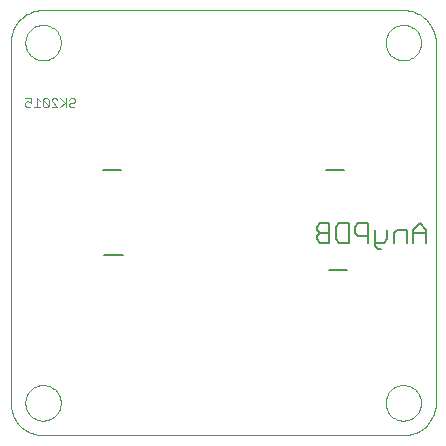
<source format=gbo>
G75*
%MOIN*%
%OFA0B0*%
%FSLAX24Y24*%
%IPPOS*%
%LPD*%
%AMOC8*
5,1,8,0,0,1.08239X$1,22.5*
%
%ADD10C,0.0000*%
%ADD11C,0.0060*%
%ADD12C,0.0030*%
%ADD13C,0.0080*%
D10*
X005626Y001648D02*
X005626Y013656D01*
X006118Y013656D02*
X006120Y013704D01*
X006126Y013752D01*
X006136Y013799D01*
X006149Y013845D01*
X006167Y013890D01*
X006187Y013934D01*
X006212Y013976D01*
X006240Y014015D01*
X006270Y014052D01*
X006304Y014086D01*
X006341Y014118D01*
X006379Y014147D01*
X006420Y014172D01*
X006463Y014194D01*
X006508Y014212D01*
X006554Y014226D01*
X006601Y014237D01*
X006649Y014244D01*
X006697Y014247D01*
X006745Y014246D01*
X006793Y014241D01*
X006841Y014232D01*
X006887Y014220D01*
X006932Y014203D01*
X006976Y014183D01*
X007018Y014160D01*
X007058Y014133D01*
X007096Y014103D01*
X007131Y014070D01*
X007163Y014034D01*
X007193Y013996D01*
X007219Y013955D01*
X007241Y013912D01*
X007261Y013868D01*
X007276Y013823D01*
X007288Y013776D01*
X007296Y013728D01*
X007300Y013680D01*
X007300Y013632D01*
X007296Y013584D01*
X007288Y013536D01*
X007276Y013489D01*
X007261Y013444D01*
X007241Y013400D01*
X007219Y013357D01*
X007193Y013316D01*
X007163Y013278D01*
X007131Y013242D01*
X007096Y013209D01*
X007058Y013179D01*
X007018Y013152D01*
X006976Y013129D01*
X006932Y013109D01*
X006887Y013092D01*
X006841Y013080D01*
X006793Y013071D01*
X006745Y013066D01*
X006697Y013065D01*
X006649Y013068D01*
X006601Y013075D01*
X006554Y013086D01*
X006508Y013100D01*
X006463Y013118D01*
X006420Y013140D01*
X006379Y013165D01*
X006341Y013194D01*
X006304Y013226D01*
X006270Y013260D01*
X006240Y013297D01*
X006212Y013336D01*
X006187Y013378D01*
X006167Y013422D01*
X006149Y013467D01*
X006136Y013513D01*
X006126Y013560D01*
X006120Y013608D01*
X006118Y013656D01*
X005626Y013656D02*
X005628Y013719D01*
X005633Y013782D01*
X005642Y013844D01*
X005655Y013906D01*
X005671Y013967D01*
X005691Y014026D01*
X005715Y014085D01*
X005741Y014142D01*
X005771Y014198D01*
X005804Y014251D01*
X005840Y014303D01*
X005879Y014352D01*
X005921Y014399D01*
X005966Y014444D01*
X006013Y014486D01*
X006062Y014525D01*
X006114Y014561D01*
X006168Y014594D01*
X006223Y014624D01*
X006280Y014650D01*
X006339Y014674D01*
X006398Y014694D01*
X006459Y014710D01*
X006521Y014723D01*
X006583Y014732D01*
X006646Y014737D01*
X006709Y014739D01*
X018716Y014739D01*
X018125Y013656D02*
X018127Y013704D01*
X018133Y013752D01*
X018143Y013799D01*
X018156Y013845D01*
X018174Y013890D01*
X018194Y013934D01*
X018219Y013976D01*
X018247Y014015D01*
X018277Y014052D01*
X018311Y014086D01*
X018348Y014118D01*
X018386Y014147D01*
X018427Y014172D01*
X018470Y014194D01*
X018515Y014212D01*
X018561Y014226D01*
X018608Y014237D01*
X018656Y014244D01*
X018704Y014247D01*
X018752Y014246D01*
X018800Y014241D01*
X018848Y014232D01*
X018894Y014220D01*
X018939Y014203D01*
X018983Y014183D01*
X019025Y014160D01*
X019065Y014133D01*
X019103Y014103D01*
X019138Y014070D01*
X019170Y014034D01*
X019200Y013996D01*
X019226Y013955D01*
X019248Y013912D01*
X019268Y013868D01*
X019283Y013823D01*
X019295Y013776D01*
X019303Y013728D01*
X019307Y013680D01*
X019307Y013632D01*
X019303Y013584D01*
X019295Y013536D01*
X019283Y013489D01*
X019268Y013444D01*
X019248Y013400D01*
X019226Y013357D01*
X019200Y013316D01*
X019170Y013278D01*
X019138Y013242D01*
X019103Y013209D01*
X019065Y013179D01*
X019025Y013152D01*
X018983Y013129D01*
X018939Y013109D01*
X018894Y013092D01*
X018848Y013080D01*
X018800Y013071D01*
X018752Y013066D01*
X018704Y013065D01*
X018656Y013068D01*
X018608Y013075D01*
X018561Y013086D01*
X018515Y013100D01*
X018470Y013118D01*
X018427Y013140D01*
X018386Y013165D01*
X018348Y013194D01*
X018311Y013226D01*
X018277Y013260D01*
X018247Y013297D01*
X018219Y013336D01*
X018194Y013378D01*
X018174Y013422D01*
X018156Y013467D01*
X018143Y013513D01*
X018133Y013560D01*
X018127Y013608D01*
X018125Y013656D01*
X018716Y014739D02*
X018779Y014737D01*
X018842Y014732D01*
X018904Y014723D01*
X018966Y014710D01*
X019027Y014694D01*
X019086Y014674D01*
X019145Y014650D01*
X019202Y014624D01*
X019258Y014594D01*
X019311Y014561D01*
X019363Y014525D01*
X019412Y014486D01*
X019459Y014444D01*
X019504Y014399D01*
X019546Y014352D01*
X019585Y014303D01*
X019621Y014251D01*
X019654Y014198D01*
X019684Y014142D01*
X019710Y014085D01*
X019734Y014026D01*
X019754Y013967D01*
X019770Y013906D01*
X019783Y013844D01*
X019792Y013782D01*
X019797Y013719D01*
X019799Y013656D01*
X019799Y001648D01*
X018125Y001648D02*
X018127Y001696D01*
X018133Y001744D01*
X018143Y001791D01*
X018156Y001837D01*
X018174Y001882D01*
X018194Y001926D01*
X018219Y001968D01*
X018247Y002007D01*
X018277Y002044D01*
X018311Y002078D01*
X018348Y002110D01*
X018386Y002139D01*
X018427Y002164D01*
X018470Y002186D01*
X018515Y002204D01*
X018561Y002218D01*
X018608Y002229D01*
X018656Y002236D01*
X018704Y002239D01*
X018752Y002238D01*
X018800Y002233D01*
X018848Y002224D01*
X018894Y002212D01*
X018939Y002195D01*
X018983Y002175D01*
X019025Y002152D01*
X019065Y002125D01*
X019103Y002095D01*
X019138Y002062D01*
X019170Y002026D01*
X019200Y001988D01*
X019226Y001947D01*
X019248Y001904D01*
X019268Y001860D01*
X019283Y001815D01*
X019295Y001768D01*
X019303Y001720D01*
X019307Y001672D01*
X019307Y001624D01*
X019303Y001576D01*
X019295Y001528D01*
X019283Y001481D01*
X019268Y001436D01*
X019248Y001392D01*
X019226Y001349D01*
X019200Y001308D01*
X019170Y001270D01*
X019138Y001234D01*
X019103Y001201D01*
X019065Y001171D01*
X019025Y001144D01*
X018983Y001121D01*
X018939Y001101D01*
X018894Y001084D01*
X018848Y001072D01*
X018800Y001063D01*
X018752Y001058D01*
X018704Y001057D01*
X018656Y001060D01*
X018608Y001067D01*
X018561Y001078D01*
X018515Y001092D01*
X018470Y001110D01*
X018427Y001132D01*
X018386Y001157D01*
X018348Y001186D01*
X018311Y001218D01*
X018277Y001252D01*
X018247Y001289D01*
X018219Y001328D01*
X018194Y001370D01*
X018174Y001414D01*
X018156Y001459D01*
X018143Y001505D01*
X018133Y001552D01*
X018127Y001600D01*
X018125Y001648D01*
X018716Y000565D02*
X018779Y000567D01*
X018842Y000572D01*
X018904Y000581D01*
X018966Y000594D01*
X019027Y000610D01*
X019086Y000630D01*
X019145Y000654D01*
X019202Y000680D01*
X019258Y000710D01*
X019311Y000743D01*
X019363Y000779D01*
X019412Y000818D01*
X019459Y000860D01*
X019504Y000905D01*
X019546Y000952D01*
X019585Y001001D01*
X019621Y001053D01*
X019654Y001107D01*
X019684Y001162D01*
X019710Y001219D01*
X019734Y001278D01*
X019754Y001337D01*
X019770Y001398D01*
X019783Y001460D01*
X019792Y001522D01*
X019797Y001585D01*
X019799Y001648D01*
X018716Y000566D02*
X006709Y000566D01*
X006118Y001648D02*
X006120Y001696D01*
X006126Y001744D01*
X006136Y001791D01*
X006149Y001837D01*
X006167Y001882D01*
X006187Y001926D01*
X006212Y001968D01*
X006240Y002007D01*
X006270Y002044D01*
X006304Y002078D01*
X006341Y002110D01*
X006379Y002139D01*
X006420Y002164D01*
X006463Y002186D01*
X006508Y002204D01*
X006554Y002218D01*
X006601Y002229D01*
X006649Y002236D01*
X006697Y002239D01*
X006745Y002238D01*
X006793Y002233D01*
X006841Y002224D01*
X006887Y002212D01*
X006932Y002195D01*
X006976Y002175D01*
X007018Y002152D01*
X007058Y002125D01*
X007096Y002095D01*
X007131Y002062D01*
X007163Y002026D01*
X007193Y001988D01*
X007219Y001947D01*
X007241Y001904D01*
X007261Y001860D01*
X007276Y001815D01*
X007288Y001768D01*
X007296Y001720D01*
X007300Y001672D01*
X007300Y001624D01*
X007296Y001576D01*
X007288Y001528D01*
X007276Y001481D01*
X007261Y001436D01*
X007241Y001392D01*
X007219Y001349D01*
X007193Y001308D01*
X007163Y001270D01*
X007131Y001234D01*
X007096Y001201D01*
X007058Y001171D01*
X007018Y001144D01*
X006976Y001121D01*
X006932Y001101D01*
X006887Y001084D01*
X006841Y001072D01*
X006793Y001063D01*
X006745Y001058D01*
X006697Y001057D01*
X006649Y001060D01*
X006601Y001067D01*
X006554Y001078D01*
X006508Y001092D01*
X006463Y001110D01*
X006420Y001132D01*
X006379Y001157D01*
X006341Y001186D01*
X006304Y001218D01*
X006270Y001252D01*
X006240Y001289D01*
X006212Y001328D01*
X006187Y001370D01*
X006167Y001414D01*
X006149Y001459D01*
X006136Y001505D01*
X006126Y001552D01*
X006120Y001600D01*
X006118Y001648D01*
X005626Y001648D02*
X005628Y001585D01*
X005633Y001522D01*
X005642Y001460D01*
X005655Y001398D01*
X005671Y001337D01*
X005691Y001278D01*
X005715Y001219D01*
X005741Y001162D01*
X005771Y001107D01*
X005804Y001053D01*
X005840Y001001D01*
X005879Y000952D01*
X005921Y000905D01*
X005966Y000860D01*
X006013Y000818D01*
X006062Y000779D01*
X006114Y000743D01*
X006167Y000710D01*
X006223Y000680D01*
X006280Y000654D01*
X006339Y000630D01*
X006398Y000610D01*
X006459Y000594D01*
X006521Y000581D01*
X006583Y000572D01*
X006646Y000567D01*
X006709Y000565D01*
D11*
X015824Y007100D02*
X015931Y006993D01*
X016251Y006993D01*
X016251Y007634D01*
X015931Y007634D01*
X015824Y007527D01*
X015824Y007420D01*
X015931Y007314D01*
X016251Y007314D01*
X016469Y007527D02*
X016469Y007100D01*
X016575Y006993D01*
X016896Y006993D01*
X016896Y007634D01*
X016575Y007634D01*
X016469Y007527D01*
X015931Y007314D02*
X015824Y007207D01*
X015824Y007100D01*
X017113Y007314D02*
X017220Y007207D01*
X017540Y007207D01*
X017758Y007420D02*
X017758Y006887D01*
X017864Y006780D01*
X017971Y006780D01*
X018078Y006993D02*
X017758Y006993D01*
X017540Y006993D02*
X017540Y007634D01*
X017220Y007634D01*
X017113Y007527D01*
X017113Y007314D01*
X018078Y006993D02*
X018185Y007100D01*
X018185Y007420D01*
X018402Y007314D02*
X018402Y006993D01*
X018829Y006993D02*
X018829Y007420D01*
X018509Y007420D01*
X018402Y007314D01*
X019047Y007314D02*
X019474Y007314D01*
X019474Y007420D02*
X019260Y007634D01*
X019047Y007420D01*
X019047Y006993D01*
X019474Y006993D02*
X019474Y007420D01*
D12*
X007776Y011554D02*
X007728Y011506D01*
X007631Y011506D01*
X007583Y011554D01*
X007583Y011603D01*
X007631Y011651D01*
X007728Y011651D01*
X007776Y011699D01*
X007776Y011748D01*
X007728Y011796D01*
X007631Y011796D01*
X007583Y011748D01*
X007482Y011796D02*
X007482Y011506D01*
X007482Y011603D02*
X007288Y011796D01*
X007187Y011748D02*
X007139Y011796D01*
X007042Y011796D01*
X006993Y011748D01*
X006993Y011699D01*
X007187Y011506D01*
X006993Y011506D01*
X006892Y011554D02*
X006699Y011748D01*
X006699Y011554D01*
X006747Y011506D01*
X006844Y011506D01*
X006892Y011554D01*
X006892Y011748D01*
X006844Y011796D01*
X006747Y011796D01*
X006699Y011748D01*
X006598Y011699D02*
X006501Y011796D01*
X006501Y011506D01*
X006598Y011506D02*
X006404Y011506D01*
X006303Y011554D02*
X006255Y011506D01*
X006158Y011506D01*
X006109Y011554D01*
X006109Y011651D01*
X006158Y011699D01*
X006206Y011699D01*
X006303Y011651D01*
X006303Y011796D01*
X006109Y011796D01*
X007288Y011506D02*
X007433Y011651D01*
D13*
X008698Y009417D02*
X009312Y009417D01*
X009361Y006562D02*
X008747Y006562D01*
X016227Y006070D02*
X016841Y006070D01*
X016743Y009417D02*
X016129Y009417D01*
M02*

</source>
